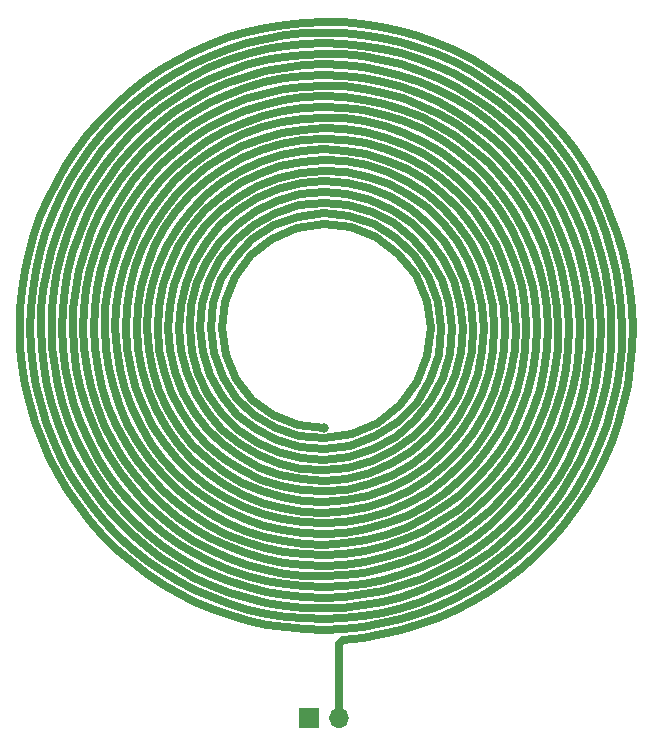
<source format=gbr>
G04 #@! TF.GenerationSoftware,KiCad,Pcbnew,(5.1.6)-1*
G04 #@! TF.CreationDate,2021-07-30T18:53:30-07:00*
G04 #@! TF.ProjectId,Inductor Coils,496e6475-6374-46f7-9220-436f696c732e,rev?*
G04 #@! TF.SameCoordinates,Original*
G04 #@! TF.FileFunction,Copper,L1,Top*
G04 #@! TF.FilePolarity,Positive*
%FSLAX46Y46*%
G04 Gerber Fmt 4.6, Leading zero omitted, Abs format (unit mm)*
G04 Created by KiCad (PCBNEW (5.1.6)-1) date 2021-07-30 18:53:30*
%MOMM*%
%LPD*%
G01*
G04 APERTURE LIST*
G04 #@! TA.AperFunction,ComponentPad*
%ADD10O,1.700000X1.700000*%
G04 #@! TD*
G04 #@! TA.AperFunction,ComponentPad*
%ADD11R,1.700000X1.700000*%
G04 #@! TD*
G04 #@! TA.AperFunction,ViaPad*
%ADD12C,0.800000*%
G04 #@! TD*
G04 #@! TA.AperFunction,Conductor*
%ADD13C,0.700000*%
G04 #@! TD*
G04 APERTURE END LIST*
D10*
X229870000Y-155000000D03*
D11*
X227330000Y-155000000D03*
D12*
X228600000Y-130400000D03*
D13*
X228600000Y-130400000D02*
X228600000Y-130400000D01*
X226416214Y-130149999D02*
X224362500Y-129339565D01*
X224362500Y-129339565D02*
X222580754Y-128019246D01*
X222580754Y-128019246D02*
X221195483Y-126275000D01*
X221195483Y-126275000D02*
X220305112Y-124222609D01*
X220305112Y-124222609D02*
X219975000Y-122000000D01*
X219975000Y-122000000D02*
X220232668Y-119757980D01*
X220232668Y-119757980D02*
X221065579Y-117650000D01*
X221065579Y-117650000D02*
X222421654Y-115821654D01*
X222421654Y-115821654D02*
X224212500Y-114400627D01*
X224212500Y-114400627D02*
X226319157Y-113487779D01*
X226319157Y-113487779D02*
X228600000Y-113150000D01*
X228600000Y-113150000D02*
X230900254Y-113415334D01*
X230900254Y-113415334D02*
X233062500Y-114270723D01*
X233062500Y-114270723D02*
X234937445Y-115662555D01*
X234937445Y-115662555D02*
X236394229Y-117500000D01*
X236394229Y-117500000D02*
X237329555Y-119660923D01*
X237329555Y-119660923D02*
X237675000Y-122000000D01*
X237675000Y-122000000D02*
X237401999Y-124358489D01*
X237401999Y-124358489D02*
X236524132Y-126575000D01*
X236524132Y-126575000D02*
X235096544Y-128496544D01*
X235096544Y-128496544D02*
X233212500Y-129989084D01*
X233212500Y-129989084D02*
X230997311Y-130946888D01*
X230997311Y-130946888D02*
X228600000Y-131300000D01*
X228600000Y-131300000D02*
X226523403Y-131098167D01*
X226523403Y-131098167D02*
X224536989Y-130436930D01*
X224536989Y-130436930D02*
X222741423Y-129346424D01*
X222741423Y-129346424D02*
X221228446Y-127878618D01*
X221228446Y-127878618D02*
X220076191Y-126104850D01*
X220076191Y-126104850D02*
X219345149Y-124112359D01*
X219345149Y-124112359D02*
X219075000Y-122000000D01*
X219075000Y-122000000D02*
X219282475Y-119873336D01*
X219282475Y-119873336D02*
X219960352Y-117839365D01*
X219960352Y-117839365D02*
X221077664Y-116001137D01*
X221077664Y-116001137D02*
X222581097Y-114452534D01*
X222581097Y-114452534D02*
X224397526Y-113273473D01*
X224397526Y-113273473D02*
X226437573Y-112525790D01*
X226437573Y-112525790D02*
X228600000Y-112250000D01*
X228600000Y-112250000D02*
X230776732Y-112463116D01*
X230776732Y-112463116D02*
X232858259Y-113157634D01*
X232858259Y-113157634D02*
X234739148Y-114301752D01*
X234739148Y-114301752D02*
X236323378Y-115840811D01*
X236323378Y-115840811D02*
X237529245Y-117699902D01*
X237529245Y-117699902D02*
X238293569Y-119787506D01*
X238293569Y-119787506D02*
X238575000Y-122000000D01*
X238575000Y-122000000D02*
X238356243Y-124226799D01*
X238356243Y-124226799D02*
X237645084Y-126355883D01*
X237645084Y-126355883D02*
X236474160Y-128279433D01*
X236474160Y-128279433D02*
X234899474Y-129899290D01*
X234899474Y-129899290D02*
X232997722Y-131131963D01*
X232997722Y-131131963D02*
X230862561Y-131912928D01*
X230862561Y-131912928D02*
X228600000Y-132200000D01*
X228600000Y-132200000D02*
X226604592Y-132031594D01*
X226604592Y-132031594D02*
X224675103Y-131475539D01*
X224675103Y-131475539D02*
X222886307Y-130551145D01*
X222886307Y-130551145D02*
X221307961Y-129292039D01*
X221307961Y-129292039D02*
X220002085Y-127744943D01*
X220002085Y-127744943D02*
X219020524Y-125967949D01*
X219020524Y-125967949D02*
X218402898Y-124028330D01*
X218402898Y-124028330D02*
X218175000Y-122000000D01*
X218175000Y-122000000D02*
X218347729Y-119960696D01*
X218347729Y-119960696D02*
X218916588Y-117988999D01*
X218916588Y-117988999D02*
X219861774Y-116161304D01*
X219861774Y-116161304D02*
X221148862Y-114548862D01*
X221148862Y-114548862D02*
X222730053Y-113215004D01*
X222730053Y-113215004D02*
X224545947Y-112212651D01*
X224545947Y-112212651D02*
X226527775Y-111582221D01*
X226527775Y-111582221D02*
X228600000Y-111350000D01*
X228600000Y-111350000D02*
X230683199Y-111527052D01*
X230683199Y-111527052D02*
X232697104Y-112108715D01*
X232697104Y-112108715D02*
X234563699Y-113074693D01*
X234563699Y-113074693D02*
X236210237Y-114389763D01*
X236210237Y-114389763D02*
X237572077Y-116005050D01*
X237572077Y-116005050D02*
X238595222Y-117859844D01*
X238595222Y-117859844D02*
X239238455Y-119883880D01*
X239238455Y-119883880D02*
X239475000Y-122000000D01*
X239475000Y-122000000D02*
X239293625Y-124127094D01*
X239293625Y-124127094D02*
X238699158Y-126183208D01*
X238699158Y-126183208D02*
X237712387Y-128088703D01*
X237712387Y-128088703D02*
X236369336Y-129769336D01*
X236369336Y-129769336D02*
X234719953Y-131159157D01*
X234719953Y-131159157D02*
X232826260Y-132203095D01*
X232826260Y-132203095D02*
X230760016Y-132859132D01*
X230760016Y-132859132D02*
X228600000Y-133100000D01*
X228600000Y-133100000D02*
X226668164Y-132955986D01*
X226668164Y-132955986D02*
X224786475Y-132477573D01*
X224786475Y-132477573D02*
X223012500Y-131677834D01*
X223012500Y-131677834D02*
X221400779Y-130579698D01*
X221400779Y-130579698D02*
X220001151Y-129215291D01*
X220001151Y-129215291D02*
X218857214Y-127625000D01*
X218857214Y-127625000D02*
X218004966Y-125856277D01*
X218004966Y-125856277D02*
X217471672Y-123962224D01*
X217471672Y-123962224D02*
X217275000Y-122000000D01*
X217275000Y-122000000D02*
X217422432Y-120029093D01*
X217422432Y-120029093D02*
X217910996Y-118109521D01*
X217910996Y-118109521D02*
X218727310Y-116300000D01*
X218727310Y-116300000D02*
X219847942Y-114656152D01*
X219847942Y-114656152D02*
X221240082Y-113228791D01*
X221240082Y-113228791D02*
X222862500Y-112062358D01*
X222862500Y-112062358D02*
X224666768Y-111193535D01*
X224666768Y-111193535D02*
X226598705Y-110650091D01*
X226598705Y-110650091D02*
X228600000Y-110450000D01*
X228600000Y-110450000D02*
X230609978Y-110600850D01*
X230609978Y-110600850D02*
X232567434Y-111099566D01*
X232567434Y-111099566D02*
X234412500Y-111932455D01*
X234412500Y-111932455D02*
X236088476Y-113075582D01*
X236088476Y-113075582D02*
X237543569Y-114495455D01*
X237543569Y-114495455D02*
X238732497Y-116150000D01*
X238732497Y-116150000D02*
X239617896Y-117989814D01*
X239617896Y-117989814D02*
X240171491Y-119959634D01*
X240171491Y-119959634D02*
X240375000Y-122000000D01*
X240375000Y-122000000D02*
X240220731Y-124049048D01*
X240220731Y-124049048D02*
X239711865Y-126044388D01*
X239711865Y-126044388D02*
X238862401Y-127925000D01*
X238862401Y-127925000D02*
X237696778Y-129633103D01*
X237696778Y-129633103D02*
X236249173Y-131115929D01*
X236249173Y-131115929D02*
X234562500Y-132327353D01*
X234562500Y-132327353D02*
X232687141Y-133229327D01*
X232687141Y-133229327D02*
X230679437Y-133793073D01*
X230679437Y-133793073D02*
X228600000Y-134000000D01*
X228600000Y-134000000D02*
X226719267Y-133874483D01*
X226719267Y-133874483D02*
X224877890Y-133455476D01*
X224877890Y-133455476D02*
X223121470Y-132752221D01*
X223121470Y-132752221D02*
X221493676Y-131781015D01*
X221493676Y-131781015D02*
X220035169Y-130564831D01*
X220035169Y-130564831D02*
X218782579Y-129132774D01*
X218782579Y-129132774D02*
X217767588Y-127519390D01*
X217767588Y-127519390D02*
X217016132Y-125763827D01*
X217016132Y-125763827D02*
X216547733Y-123908892D01*
X216547733Y-123908892D02*
X216375000Y-122000000D01*
X216375000Y-122000000D02*
X216503287Y-120084069D01*
X216503287Y-120084069D02*
X216930537Y-118208361D01*
X216930537Y-118208361D02*
X217647302Y-116419322D01*
X217647302Y-116419322D02*
X218636956Y-114761425D01*
X218636956Y-114761425D02*
X219876070Y-113276070D01*
X219876070Y-113276070D02*
X221334974Y-112000550D01*
X221334974Y-112000550D02*
X222978463Y-110967112D01*
X222978463Y-110967112D02*
X224766644Y-110202144D01*
X224766644Y-110202144D02*
X226655911Y-109725503D01*
X226655911Y-109725503D02*
X228600000Y-109550000D01*
X228600000Y-109550000D02*
X230551129Y-109681057D01*
X230551129Y-109681057D02*
X232461167Y-110116549D01*
X232461167Y-110116549D02*
X234282826Y-110846826D01*
X234282826Y-110846826D02*
X235970827Y-111854927D01*
X235970827Y-111854927D02*
X237483029Y-113116971D01*
X237483029Y-113116971D02*
X238781479Y-114602723D01*
X238781479Y-114602723D02*
X239833365Y-116276315D01*
X239833365Y-116276315D02*
X240611844Y-118097115D01*
X240611844Y-118097115D02*
X241096727Y-120020713D01*
X241096727Y-120020713D02*
X241275000Y-122000000D01*
X241275000Y-122000000D02*
X241141173Y-123986327D01*
X241141173Y-123986327D02*
X240697439Y-125930696D01*
X240697439Y-125930696D02*
X239953651Y-127784974D01*
X239953651Y-127784974D02*
X238927102Y-129503079D01*
X238927102Y-129503079D02*
X237642128Y-131042128D01*
X237642128Y-131042128D02*
X236129529Y-132363508D01*
X236129529Y-132363508D02*
X234425833Y-133433841D01*
X234425833Y-133433841D02*
X232572413Y-134225832D01*
X232572413Y-134225832D02*
X230614485Y-134718957D01*
X230614485Y-134718957D02*
X228600000Y-134900000D01*
X228600000Y-134900000D02*
X226761228Y-134788943D01*
X226761228Y-134788943D02*
X224954125Y-134416711D01*
X224954125Y-134416711D02*
X223215655Y-133790071D01*
X223215655Y-133790071D02*
X221581499Y-132921000D01*
X221581499Y-132921000D02*
X220085322Y-131826462D01*
X220085322Y-131826462D02*
X218758079Y-130528073D01*
X218758079Y-130528073D02*
X217627377Y-129051676D01*
X217627377Y-129051676D02*
X216716898Y-127426831D01*
X216716898Y-127426831D02*
X216045907Y-125686214D01*
X216045907Y-125686214D02*
X215628840Y-123864971D01*
X215628840Y-123864971D02*
X215475000Y-122000000D01*
X215475000Y-122000000D02*
X215588347Y-120129207D01*
X215588347Y-120129207D02*
X215967403Y-118290735D01*
X215967403Y-118290735D02*
X216605262Y-116522187D01*
X216605262Y-116522187D02*
X217489718Y-114859855D01*
X217489718Y-114859855D02*
X218603494Y-113337978D01*
X218603494Y-113337978D02*
X219924584Y-111988036D01*
X219924584Y-111988036D02*
X221426679Y-110838095D01*
X221426679Y-110838095D02*
X223079701Y-109912231D01*
X223079701Y-109912231D02*
X224850396Y-109230021D01*
X224850396Y-109230021D02*
X226703008Y-108806130D01*
X226703008Y-108806130D02*
X228600000Y-108650000D01*
X228600000Y-108650000D02*
X230502814Y-108765637D01*
X230502814Y-108765637D02*
X232372655Y-109151517D01*
X232372655Y-109151517D02*
X234171282Y-109800595D01*
X234171282Y-109800595D02*
X235861789Y-110700436D01*
X235861789Y-110700436D02*
X237409365Y-111833451D01*
X237409365Y-111833451D02*
X238782008Y-113177240D01*
X238782008Y-113177240D02*
X239951187Y-114705035D01*
X239951187Y-114705035D02*
X240892436Y-116386233D01*
X240892436Y-116386233D02*
X241585865Y-118187006D01*
X241585865Y-118187006D02*
X242016580Y-120070987D01*
X242016580Y-120070987D02*
X242175000Y-122000000D01*
X242175000Y-122000000D02*
X242057072Y-123934835D01*
X242057072Y-123934835D02*
X241664369Y-125836045D01*
X241664369Y-125836045D02*
X241004073Y-127664750D01*
X241004073Y-127664750D02*
X240088847Y-129383433D01*
X240088847Y-129383433D02*
X238936593Y-130956709D01*
X238936593Y-130956709D02*
X237570104Y-132352052D01*
X237570104Y-132352052D02*
X236016609Y-133540469D01*
X236016609Y-133540469D02*
X234307236Y-134497103D01*
X234307236Y-134497103D02*
X232476384Y-135201751D01*
X232476384Y-135201751D02*
X230561034Y-135639290D01*
X230561034Y-135639290D02*
X228600000Y-135800000D01*
X228600000Y-135800000D02*
X226796291Y-135700529D01*
X226796291Y-135700529D02*
X225018591Y-135365999D01*
X225018591Y-135365999D02*
X223297443Y-134801506D01*
X223297443Y-134801506D02*
X221662500Y-134016102D01*
X221662500Y-134016102D02*
X220142021Y-133022653D01*
X220142021Y-133022653D02*
X218762377Y-131837623D01*
X218762377Y-131837623D02*
X217547596Y-130480808D01*
X217547596Y-130480808D02*
X216518946Y-128975000D01*
X216518946Y-128975000D02*
X215694558Y-127345609D01*
X215694558Y-127345609D02*
X215089113Y-125620231D01*
X215089113Y-125620231D02*
X214713575Y-123828182D01*
X214713575Y-123828182D02*
X214575000Y-122000000D01*
X214575000Y-122000000D02*
X214676396Y-120166923D01*
X214676396Y-120166923D02*
X215016668Y-118360357D01*
X215016668Y-118360357D02*
X215590621Y-116611339D01*
X215590621Y-116611339D02*
X216389042Y-114950000D01*
X216389042Y-114950000D02*
X217398843Y-113405050D01*
X217398843Y-113405050D02*
X218603278Y-112003278D01*
X218603278Y-112003278D02*
X219982221Y-110769092D01*
X219982221Y-110769092D02*
X221512500Y-109724090D01*
X221512500Y-109724090D02*
X223168287Y-108886685D01*
X223168287Y-108886685D02*
X224921534Y-108271779D01*
X224921534Y-108271779D02*
X226742449Y-107890500D01*
X226742449Y-107890500D02*
X228600000Y-107750000D01*
X228600000Y-107750000D02*
X230462446Y-107853321D01*
X230462446Y-107853321D02*
X232297877Y-108199335D01*
X232297877Y-108199335D02*
X234074765Y-108782748D01*
X234074765Y-108782748D02*
X235762500Y-109594186D01*
X235762500Y-109594186D02*
X237331922Y-110620338D01*
X237331922Y-110620338D02*
X238755821Y-111844179D01*
X238755821Y-111844179D02*
X240009413Y-113245250D01*
X240009413Y-113245250D02*
X241070766Y-114800000D01*
X241070766Y-114800000D02*
X241921188Y-116482183D01*
X241921188Y-116482183D02*
X242545554Y-118263300D01*
X242545554Y-118263300D02*
X242932575Y-120113081D01*
X242932575Y-120113081D02*
X243075000Y-122000000D01*
X243075000Y-122000000D02*
X242969754Y-123891814D01*
X242969754Y-123891814D02*
X242617999Y-125756111D01*
X242617999Y-125756111D02*
X242025124Y-127560869D01*
X242025124Y-127560869D02*
X241200670Y-129275000D01*
X241200670Y-129275000D02*
X240158166Y-130868893D01*
X240158166Y-130868893D02*
X238914920Y-132314920D01*
X238914920Y-132314920D02*
X237491722Y-133587917D01*
X237491722Y-133587917D02*
X235912500Y-134665622D01*
X235912500Y-134665622D02*
X234203921Y-135529061D01*
X234203921Y-135529061D02*
X232394934Y-136162887D01*
X232394934Y-136162887D02*
X230516288Y-136555650D01*
X230516288Y-136555650D02*
X228600000Y-136700000D01*
X228600000Y-136700000D02*
X226826025Y-136610002D01*
X226826025Y-136610002D02*
X225073776Y-136306454D01*
X225073776Y-136306454D02*
X223368896Y-135793288D01*
X223368896Y-135793288D02*
X221736396Y-135077504D01*
X221736396Y-135077504D02*
X220200289Y-134169083D01*
X220200289Y-134169083D02*
X218783234Y-133080838D01*
X218783234Y-133080838D02*
X217506207Y-131828243D01*
X217506207Y-131828243D02*
X216388186Y-130429207D01*
X216388186Y-130429207D02*
X215445870Y-128903820D01*
X215445870Y-128903820D02*
X214693431Y-127274066D01*
X214693431Y-127274066D02*
X214142303Y-125563502D01*
X214142303Y-125563502D02*
X213801002Y-123796924D01*
X213801002Y-123796924D02*
X213675000Y-122000000D01*
X213675000Y-122000000D02*
X213766639Y-120198904D01*
X213766639Y-120198904D02*
X214075084Y-118419930D01*
X214075084Y-118419930D02*
X214596334Y-116689110D01*
X214596334Y-116689110D02*
X215323268Y-115031834D01*
X215323268Y-115031834D02*
X216245746Y-113472474D01*
X216245746Y-113472474D02*
X217350747Y-112034032D01*
X217350747Y-112034032D02*
X218622554Y-110737792D01*
X218622554Y-110737792D02*
X220042979Y-109603014D01*
X220042979Y-109603014D02*
X221591617Y-108646642D01*
X221591617Y-108646642D02*
X223246148Y-107883053D01*
X223246148Y-107883053D02*
X224982652Y-107323841D01*
X224982652Y-107323841D02*
X226775956Y-106977642D01*
X226775956Y-106977642D02*
X228600000Y-106850000D01*
X228600000Y-106850000D02*
X230428217Y-106943279D01*
X230428217Y-106943279D02*
X232233916Y-107256622D01*
X232233916Y-107256622D02*
X233990676Y-107785955D01*
X233990676Y-107785955D02*
X235672729Y-108524040D01*
X235672729Y-108524040D02*
X237255340Y-109460575D01*
X237255340Y-109460575D02*
X238715171Y-110582332D01*
X238715171Y-110582332D02*
X240030623Y-111873352D01*
X240030623Y-111873352D02*
X241182157Y-113315164D01*
X241182157Y-113315164D02*
X242152586Y-114887054D01*
X242152586Y-114887054D02*
X242927326Y-116566362D01*
X242927326Y-116566362D02*
X243494621Y-118328806D01*
X243494621Y-118328806D02*
X243845717Y-120148835D01*
X243845717Y-120148835D02*
X243975000Y-122000000D01*
X243975000Y-122000000D02*
X243880080Y-123855338D01*
X243880080Y-123855338D02*
X243561840Y-125687762D01*
X243561840Y-125687762D02*
X243024424Y-127470462D01*
X243024424Y-127470462D02*
X242275187Y-129177292D01*
X242275187Y-129177292D02*
X241324597Y-130783155D01*
X241324597Y-130783155D02*
X240186083Y-132264374D01*
X240186083Y-132264374D02*
X238875851Y-133599038D01*
X238875851Y-133599038D02*
X237412651Y-134767329D01*
X237412651Y-134767329D02*
X235817508Y-135751813D01*
X235817508Y-135751813D02*
X234113424Y-136537704D01*
X234113424Y-136537704D02*
X232325040Y-137113083D01*
X232325040Y-137113083D02*
X230478286Y-137469077D01*
X230478286Y-137469077D02*
X228600000Y-137600000D01*
X228600000Y-137600000D02*
X226851555Y-137517881D01*
X226851555Y-137517881D02*
X225121521Y-137240212D01*
X225121521Y-137240212D02*
X223431722Y-136770089D01*
X223431722Y-136770089D02*
X221803521Y-136113034D01*
X221803521Y-136113034D02*
X220257547Y-135276938D01*
X220257547Y-135276938D02*
X218813437Y-134271962D01*
X218813437Y-134271962D02*
X217489585Y-133110415D01*
X217489585Y-133110415D02*
X216302908Y-131806604D01*
X216302908Y-131806604D02*
X215268630Y-130376655D01*
X215268630Y-130376655D02*
X214400087Y-128838318D01*
X214400087Y-128838318D02*
X213708555Y-127210742D01*
X213708555Y-127210742D02*
X213203103Y-125514241D01*
X213203103Y-125514241D02*
X212890475Y-123770038D01*
X212890475Y-123770038D02*
X212775000Y-122000000D01*
X212775000Y-122000000D02*
X212858534Y-120226363D01*
X212858534Y-120226363D02*
X213140429Y-118471454D01*
X213140429Y-118471454D02*
X213617538Y-116757410D01*
X213617538Y-116757410D02*
X214284248Y-115105897D01*
X214284248Y-115105897D02*
X215132549Y-113537840D01*
X215132549Y-113537840D02*
X216152126Y-112073152D01*
X216152126Y-112073152D02*
X217330486Y-110730486D01*
X217330486Y-110730486D02*
X218653111Y-109526996D01*
X218653111Y-109526996D02*
X220103638Y-108478117D01*
X220103638Y-108478117D02*
X221664059Y-107597369D01*
X221664059Y-107597369D02*
X223314945Y-106896181D01*
X223314945Y-106896181D02*
X225035691Y-106383744D01*
X225035691Y-106383744D02*
X226804770Y-106066889D01*
X226804770Y-106066889D02*
X228600000Y-105950000D01*
X228600000Y-105950000D02*
X230398829Y-106034949D01*
X230398829Y-106034949D02*
X232178613Y-106321070D01*
X232178613Y-106321070D02*
X233916903Y-106805164D01*
X233916903Y-106805164D02*
X235591727Y-107481530D01*
X235591727Y-107481530D02*
X237181867Y-108342036D01*
X237181867Y-108342036D02*
X238667134Y-109376214D01*
X238667134Y-109376214D02*
X240028613Y-110571387D01*
X240028613Y-110571387D02*
X241248916Y-111912826D01*
X241248916Y-111912826D02*
X242312396Y-113383931D01*
X242312396Y-113383931D02*
X243205349Y-114966435D01*
X243205349Y-114966435D02*
X243916193Y-116640632D01*
X243916193Y-116640632D02*
X244435615Y-118385624D01*
X244435615Y-118385624D02*
X244756696Y-120179578D01*
X244756696Y-120179578D02*
X244875000Y-122000000D01*
X244875000Y-122000000D02*
X244788637Y-123824021D01*
X244788637Y-123824021D02*
X244498289Y-125628681D01*
X244498289Y-125628681D02*
X244007210Y-127391216D01*
X244007210Y-127391216D02*
X243321188Y-129089350D01*
X243321188Y-129089350D02*
X242448477Y-130701575D01*
X242448477Y-130701575D02*
X241399698Y-132207419D01*
X241399698Y-132207419D02*
X240187712Y-133587712D01*
X240187712Y-133587712D02*
X238827459Y-134824829D01*
X238827459Y-134824829D02*
X237335777Y-135902909D01*
X237335777Y-135902909D02*
X235731189Y-136808067D01*
X235731189Y-136808067D02*
X234033680Y-137528566D01*
X234033680Y-137528566D02*
X232264443Y-138054974D01*
X232264443Y-138054974D02*
X230445614Y-138380281D01*
X230445614Y-138380281D02*
X228600000Y-138500000D01*
X228600000Y-138500000D02*
X226873712Y-138424529D01*
X226873712Y-138424529D02*
X225163220Y-138168780D01*
X225163220Y-138168780D02*
X223487314Y-137735230D01*
X223487314Y-137735230D02*
X221864441Y-137128313D01*
X221864441Y-137128313D02*
X220312500Y-136354371D01*
X220312500Y-136354371D02*
X218848643Y-135421592D01*
X218848643Y-135421592D02*
X217489086Y-134339920D01*
X217489086Y-134339920D02*
X216248933Y-133120951D01*
X216248933Y-133120951D02*
X215142002Y-131777808D01*
X215142002Y-131777808D02*
X214180677Y-130325000D01*
X214180677Y-130325000D02*
X213375765Y-128778266D01*
X213375765Y-128778266D02*
X212736377Y-127154403D01*
X212736377Y-127154403D02*
X212269826Y-125471086D01*
X212269826Y-125471086D02*
X211981539Y-123746671D01*
X211981539Y-123746671D02*
X211875000Y-122000000D01*
X211875000Y-122000000D02*
X211951703Y-120250194D01*
X211951703Y-120250194D02*
X212211137Y-118516440D01*
X212211137Y-118516440D02*
X212650782Y-116817785D01*
X212650782Y-116817785D02*
X213266139Y-115172925D01*
X213266139Y-115172925D02*
X214050773Y-113600000D01*
X214050773Y-113600000D02*
X214996379Y-112116391D01*
X214996379Y-112116391D02*
X216092873Y-110738532D01*
X216092873Y-110738532D02*
X217328495Y-109481725D01*
X217328495Y-109481725D02*
X218689941Y-108359973D01*
X218689941Y-108359973D02*
X220162500Y-107385821D01*
X220162500Y-107385821D02*
X221730218Y-106570217D01*
X221730218Y-106570217D02*
X223376068Y-105922390D01*
X223376068Y-105922390D02*
X225082134Y-105449743D01*
X225082134Y-105449743D02*
X226829810Y-105157772D01*
X226829810Y-105157772D02*
X228600000Y-105050000D01*
X228600000Y-105050000D02*
X230373325Y-105127936D01*
X230373325Y-105127936D02*
X232130341Y-105391054D01*
X232130341Y-105391054D02*
X233851744Y-105836795D01*
X233851744Y-105836795D02*
X235518590Y-106460592D01*
X235518590Y-106460592D02*
X237112500Y-107255918D01*
X237112500Y-107255918D02*
X238615861Y-108214350D01*
X238615861Y-108214350D02*
X240012022Y-109325665D01*
X240012022Y-109325665D02*
X241285482Y-110577941D01*
X241285482Y-110577941D02*
X242422055Y-111957689D01*
X242422055Y-111957689D02*
X243409034Y-113450000D01*
X243409034Y-113450000D02*
X244235331Y-115038702D01*
X244235331Y-115038702D02*
X244891598Y-116706539D01*
X244891598Y-116706539D02*
X245370341Y-118435354D01*
X245370341Y-118435354D02*
X245665996Y-120206292D01*
X245665996Y-120206292D02*
X245775000Y-122000000D01*
X245775000Y-122000000D02*
X245695831Y-123796844D01*
X245695831Y-123796844D02*
X245429029Y-125577121D01*
X245429029Y-125577121D02*
X244977193Y-127321273D01*
X244977193Y-127321273D02*
X244344956Y-129010106D01*
X244344956Y-129010106D02*
X243538938Y-130625000D01*
X243538938Y-130625000D02*
X242567678Y-132148112D01*
X242567678Y-132148112D02*
X241441543Y-133562577D01*
X241441543Y-133562577D02*
X240172614Y-134852690D01*
X240172614Y-134852690D02*
X238774563Y-136004084D01*
X238774563Y-136004084D02*
X237262500Y-137003890D01*
X237262500Y-137003890D02*
X235652813Y-137840878D01*
X235652813Y-137840878D02*
X233962990Y-138505586D01*
X233962990Y-138505586D02*
X232211426Y-138990424D01*
X232211426Y-138990424D02*
X230417227Y-139289763D01*
X230417227Y-139289763D02*
X228600000Y-139400000D01*
X228600000Y-139400000D02*
X226893123Y-139330209D01*
X226893123Y-139330209D02*
X225199941Y-139093248D01*
X225199941Y-139093248D02*
X223536800Y-138691133D01*
X223536800Y-138691133D02*
X221919782Y-138127472D01*
X221919782Y-138127472D02*
X220364552Y-137407440D01*
X220364552Y-137407440D02*
X218886202Y-136537727D01*
X218886202Y-136537727D02*
X217499109Y-135526475D01*
X217499109Y-135526475D02*
X216216792Y-134383208D01*
X216216792Y-134383208D02*
X215051784Y-133118734D01*
X215051784Y-133118734D02*
X214015503Y-131745049D01*
X214015503Y-131745049D02*
X213118148Y-130275222D01*
X213118148Y-130275222D02*
X212368591Y-128723270D01*
X212368591Y-128723270D02*
X211774298Y-127104021D01*
X211774298Y-127104021D02*
X211341244Y-125432980D01*
X211341244Y-125432980D02*
X211073864Y-123726174D01*
X211073864Y-123726174D02*
X210975000Y-122000000D01*
X210975000Y-122000000D02*
X211045874Y-120271070D01*
X211045874Y-120271070D02*
X211286075Y-118556046D01*
X211286075Y-118556046D02*
X211693556Y-116871486D01*
X211693556Y-116871486D02*
X212264655Y-115233679D01*
X212264655Y-115233679D02*
X212994128Y-113658487D01*
X212994128Y-113658487D02*
X213875193Y-112161198D01*
X213875193Y-112161198D02*
X214899598Y-110756370D01*
X214899598Y-110756370D02*
X216057693Y-109457693D01*
X216057693Y-109457693D02*
X217338528Y-108277857D01*
X217338528Y-108277857D02*
X218729948Y-107228423D01*
X218729948Y-107228423D02*
X220218713Y-106319716D01*
X220218713Y-106319716D02*
X221790627Y-105560719D01*
X221790627Y-105560719D02*
X223430665Y-104958986D01*
X223430665Y-104958986D02*
X225123125Y-104520567D01*
X225123125Y-104520567D02*
X226851772Y-104249947D01*
X226851772Y-104249947D02*
X228600000Y-104150000D01*
X228600000Y-104150000D02*
X230350984Y-104221958D01*
X230350984Y-104221958D02*
X232087849Y-104465398D01*
X232087849Y-104465398D02*
X233793828Y-104878244D01*
X233793828Y-104878244D02*
X235452425Y-105456782D01*
X235452425Y-105456782D02*
X237047577Y-106195695D01*
X237047577Y-106195695D02*
X238563805Y-107088112D01*
X238563805Y-107088112D02*
X239986368Y-108125670D01*
X239986368Y-108125670D02*
X241301406Y-109298594D01*
X241301406Y-109298594D02*
X242496071Y-110595789D01*
X242496071Y-110595789D02*
X243558658Y-112004944D01*
X243558658Y-112004944D02*
X244478717Y-113512649D01*
X244478717Y-113512649D02*
X245247154Y-115104523D01*
X245247154Y-115104523D02*
X245856326Y-116765351D01*
X245856326Y-116765351D02*
X246300109Y-118479229D01*
X246300109Y-118479229D02*
X246573969Y-120229719D01*
X246573969Y-120229719D02*
X246675000Y-122000000D01*
X246675000Y-122000000D02*
X246601959Y-123773038D01*
X246601959Y-123773038D02*
X246355279Y-125531744D01*
X246355279Y-125531744D02*
X245937067Y-127259142D01*
X245937067Y-127259142D02*
X245351091Y-128938529D01*
X245351091Y-128938529D02*
X244602737Y-130553641D01*
X244602737Y-130553641D02*
X243698968Y-132088808D01*
X243698968Y-132088808D02*
X242648257Y-133529107D01*
X242648257Y-133529107D02*
X241460505Y-134860505D01*
X241460505Y-134860505D02*
X240146949Y-136069998D01*
X240146949Y-136069998D02*
X238720059Y-137145739D01*
X238720059Y-137145739D02*
X237193415Y-138077149D01*
X237193415Y-138077149D02*
X235581581Y-138855027D01*
X235581581Y-138855027D02*
X233899963Y-139471637D01*
X233899963Y-139471637D02*
X232164666Y-139920786D01*
X232164666Y-139920786D02*
X230392335Y-140197886D01*
X230392335Y-140197886D02*
X228600000Y-140300000D01*
X228600000Y-140300000D02*
X226910268Y-140235114D01*
X226910268Y-140235114D02*
X225232520Y-140014428D01*
X225232520Y-140014428D02*
X223581101Y-139639599D01*
X223581101Y-139639599D02*
X221970153Y-139113608D01*
X221970153Y-139113608D02*
X220413491Y-138440727D01*
X220413491Y-138440727D02*
X218924487Y-137626491D01*
X218924487Y-137626491D02*
X217515954Y-136677649D01*
X217515954Y-136677649D02*
X216200037Y-135602111D01*
X216200037Y-135602111D02*
X214988108Y-134408879D01*
X214988108Y-134408879D02*
X213890665Y-133107974D01*
X213890665Y-133107974D02*
X212917245Y-131710351D01*
X212917245Y-131710351D02*
X212076339Y-130227806D01*
X212076339Y-130227806D02*
X211375318Y-128672877D01*
X211375318Y-128672877D02*
X210820370Y-127058741D01*
X210820370Y-127058741D02*
X210416443Y-125399096D01*
X210416443Y-125399096D02*
X210167203Y-123708050D01*
X210167203Y-123708050D02*
X210075000Y-122000000D01*
X210075000Y-122000000D02*
X210140846Y-120289507D01*
X210140846Y-120289507D02*
X210364403Y-118591176D01*
X210364403Y-118591176D02*
X210743990Y-116919527D01*
X210743990Y-116919527D02*
X211276586Y-115288874D01*
X211276586Y-115288874D02*
X211957861Y-113713200D01*
X211957861Y-113713200D02*
X212782210Y-112206039D01*
X212782210Y-112206039D02*
X213742797Y-110780361D01*
X213742797Y-110780361D02*
X214831612Y-109448456D01*
X214831612Y-109448456D02*
X216039539Y-108221831D01*
X216039539Y-108221831D02*
X217356433Y-107111111D01*
X217356433Y-107111111D02*
X218771202Y-106125946D01*
X218771202Y-106125946D02*
X220271903Y-105274927D01*
X220271903Y-105274927D02*
X221845843Y-104565512D01*
X221845843Y-104565512D02*
X223479685Y-104003959D01*
X223479685Y-104003959D02*
X225159560Y-103595274D01*
X225159560Y-103595274D02*
X226871189Y-103343163D01*
X226871189Y-103343163D02*
X228600000Y-103250000D01*
X228600000Y-103250000D02*
X230331253Y-103316805D01*
X230331253Y-103316805D02*
X232050167Y-103543235D01*
X232050167Y-103543235D02*
X233742047Y-103927579D01*
X233742047Y-103927579D02*
X235392406Y-104466780D01*
X235392406Y-104466780D02*
X236987092Y-105156450D01*
X236987092Y-105156450D02*
X238512408Y-105990911D01*
X238512408Y-105990911D02*
X239955232Y-106963243D01*
X239955232Y-106963243D02*
X241303126Y-108065335D01*
X241303126Y-108065335D02*
X242544446Y-109287958D01*
X242544446Y-109287958D02*
X243668443Y-110620840D01*
X243668443Y-110620840D02*
X244665353Y-112052755D01*
X244665353Y-112052755D02*
X245526485Y-113571612D01*
X245526485Y-113571612D02*
X246244294Y-115164564D01*
X246244294Y-115164564D02*
X246812451Y-116818111D01*
X246812451Y-116818111D02*
X247225895Y-118518217D01*
X247225895Y-118518217D02*
X247480877Y-120250429D01*
X247480877Y-120250429D02*
X247575000Y-122000000D01*
X247575000Y-122000000D02*
X247507235Y-123752013D01*
X247507235Y-123752013D02*
X247277934Y-125491511D01*
X247277934Y-125491511D02*
X246888832Y-127203621D01*
X246888832Y-127203621D02*
X246343027Y-128873685D01*
X246343027Y-128873685D02*
X245644962Y-130487383D01*
X245644962Y-130487383D02*
X244800387Y-132030855D01*
X244800387Y-132030855D02*
X243816311Y-133490825D01*
X243816311Y-133490825D02*
X242700942Y-134854707D01*
X242700942Y-134854707D02*
X241463624Y-136110723D01*
X241463624Y-136110723D02*
X240114753Y-137247997D01*
X240114753Y-137247997D02*
X238665693Y-138256652D01*
X238665693Y-138256652D02*
X237128679Y-139127896D01*
X237128679Y-139127896D02*
X235516715Y-139854101D01*
X235516715Y-139854101D02*
X233843463Y-140428862D01*
X233843463Y-140428862D02*
X232123127Y-140847064D01*
X232123127Y-140847064D02*
X230370331Y-141104917D01*
X230370331Y-141104917D02*
X228600000Y-141200000D01*
X228600000Y-141200000D02*
X226925520Y-141139391D01*
X226925520Y-141139391D02*
X225261614Y-140932929D01*
X225261614Y-140932929D02*
X223620969Y-140581998D01*
X223620969Y-140581998D02*
X222016112Y-140089083D01*
X222016112Y-140089083D02*
X220459316Y-139457754D01*
X220459316Y-139457754D02*
X218962500Y-138692640D01*
X218962500Y-138692640D02*
X217537144Y-137799395D01*
X217537144Y-137799395D02*
X216194199Y-136784658D01*
X216194199Y-136784658D02*
X214944000Y-135656000D01*
X214944000Y-135656000D02*
X213796191Y-134421871D01*
X213796191Y-134421871D02*
X212759647Y-133091534D01*
X212759647Y-133091534D02*
X211842408Y-131675000D01*
X211842408Y-131675000D02*
X211051615Y-130182946D01*
X211051615Y-130182946D02*
X210393455Y-128626640D01*
X210393455Y-128626640D02*
X209873113Y-127017854D01*
X209873113Y-127017854D02*
X209494730Y-125368775D01*
X209494730Y-125368775D02*
X209261370Y-123691911D01*
X209261370Y-123691911D02*
X209175000Y-122000000D01*
X209175000Y-122000000D02*
X209236466Y-120305910D01*
X209236466Y-120305910D02*
X209445489Y-118622543D01*
X209445489Y-118622543D02*
X209800669Y-116962734D01*
X209800669Y-116962734D02*
X210299486Y-115339158D01*
X210299486Y-115339158D02*
X210938327Y-113764227D01*
X210938327Y-113764227D02*
X211712505Y-112250000D01*
X211712505Y-112250000D02*
X212616296Y-110808090D01*
X212616296Y-110808090D02*
X213642982Y-109449572D01*
X213642982Y-109449572D02*
X214784901Y-108184901D01*
X214784901Y-108184901D02*
X216033502Y-107023831D01*
X216033502Y-107023831D02*
X217379411Y-105975338D01*
X217379411Y-105975338D02*
X218812500Y-105047553D01*
X218812500Y-105047553D02*
X220321965Y-104247696D01*
X220321965Y-104247696D02*
X221896405Y-103582025D01*
X221896405Y-103582025D02*
X223523911Y-103055780D01*
X223523911Y-103055780D02*
X225192155Y-102673148D01*
X225192155Y-102673148D02*
X226888479Y-102437227D01*
X226888479Y-102437227D02*
X228600000Y-102350000D01*
X228600000Y-102350000D02*
X230313700Y-102412322D01*
X230313700Y-102412322D02*
X232016528Y-102623907D01*
X232016528Y-102623907D02*
X233695500Y-102983335D01*
X233695500Y-102983335D02*
X235337797Y-103488055D01*
X235337797Y-103488055D02*
X236930862Y-104134408D01*
X236930862Y-104134408D02*
X238462500Y-104917649D01*
X238462500Y-104917649D02*
X239920965Y-105831987D01*
X239920965Y-105831987D02*
X241295055Y-106870622D01*
X241295055Y-106870622D02*
X242574198Y-108025802D01*
X242574198Y-108025802D02*
X243748529Y-109288875D01*
X243748529Y-109288875D02*
X244808971Y-110650356D01*
X244808971Y-110650356D02*
X245747303Y-112100000D01*
X245747303Y-112100000D02*
X246556223Y-113626876D01*
X246556223Y-113626876D02*
X247229406Y-115219451D01*
X247229406Y-115219451D02*
X247761554Y-116865677D01*
X247761554Y-116865677D02*
X248148434Y-118553084D01*
X248148434Y-118553084D02*
X248386917Y-120268869D01*
X248386917Y-120268869D02*
X248475000Y-122000000D01*
X248475000Y-122000000D02*
X248411822Y-123733310D01*
X248411822Y-123733310D02*
X248197674Y-125455599D01*
X248197674Y-125455599D02*
X247833998Y-127153734D01*
X247833998Y-127153734D02*
X247323375Y-128814751D01*
X247323375Y-128814751D02*
X246669512Y-130425952D01*
X246669512Y-130425952D02*
X245877207Y-131975000D01*
X245877207Y-131975000D02*
X244952323Y-133450020D01*
X244952323Y-133450020D02*
X243901738Y-134839683D01*
X243901738Y-134839683D02*
X242733297Y-136133297D01*
X242733297Y-136133297D02*
X241455752Y-137320889D01*
X241455752Y-137320889D02*
X240078698Y-138393280D01*
X240078698Y-138393280D02*
X238612500Y-139342159D01*
X238612500Y-139342159D02*
X237068213Y-140160142D01*
X237068213Y-140160142D02*
X235457504Y-140840837D01*
X235457504Y-140840837D02*
X233792557Y-141378887D01*
X233792557Y-141378887D02*
X232085987Y-141770016D01*
X232085987Y-141770016D02*
X230350741Y-142011061D01*
X230350741Y-142011061D02*
X228600000Y-142100000D01*
X228600000Y-142100000D02*
X226939177Y-142043150D01*
X226939177Y-142043150D02*
X225287750Y-141849223D01*
X225287750Y-141849223D02*
X223657021Y-141519385D01*
X223657021Y-141519385D02*
X222058160Y-141055728D01*
X222058160Y-141055728D02*
X220502137Y-140461267D01*
X220502137Y-140461267D02*
X218999640Y-139739911D01*
X218999640Y-139739911D02*
X217561003Y-138896443D01*
X217561003Y-138896443D02*
X216196136Y-137936485D01*
X216196136Y-137936485D02*
X214914456Y-136866463D01*
X214914456Y-136866463D02*
X213724824Y-135693564D01*
X213724824Y-135693564D02*
X212635480Y-134425685D01*
X212635480Y-134425685D02*
X211653988Y-133071382D01*
X211653988Y-133071382D02*
X210787185Y-131639813D01*
X210787185Y-131639813D02*
X210041131Y-130140675D01*
X210041131Y-130140675D02*
X209421066Y-128584136D01*
X209421066Y-128584136D02*
X208931379Y-126980771D01*
X208931379Y-126980771D02*
X208575568Y-125341487D01*
X208575568Y-125341487D02*
X208356222Y-123677447D01*
X208356222Y-123677447D02*
X208275000Y-122000000D01*
X208275000Y-122000000D02*
X208332619Y-120320597D01*
X208332619Y-120320597D02*
X208528845Y-118650717D01*
X208528845Y-118650717D02*
X208862500Y-117001786D01*
X208862500Y-117001786D02*
X209331463Y-115385103D01*
X209331463Y-115385103D02*
X209932684Y-113811756D01*
X209932684Y-113811756D02*
X210662207Y-112292552D01*
X210662207Y-112292552D02*
X211515195Y-110837940D01*
X211515195Y-110837940D02*
X212485958Y-109457938D01*
X212485958Y-109457938D02*
X213567999Y-108162068D01*
X213567999Y-108162068D02*
X214754048Y-106959286D01*
X214754048Y-106959286D02*
X216036117Y-105857923D01*
X216036117Y-105857923D02*
X217405554Y-104865626D01*
X217405554Y-104865626D02*
X218853098Y-103989303D01*
X218853098Y-103989303D02*
X220368944Y-103235082D01*
X220368944Y-103235082D02*
X221942806Y-102608258D01*
X221942806Y-102608258D02*
X223563994Y-102113264D01*
X223563994Y-102113264D02*
X225221479Y-101753636D01*
X225221479Y-101753636D02*
X226903972Y-101531990D01*
X226903972Y-101531990D02*
X228600000Y-101450000D01*
X228600000Y-101450000D02*
X230297983Y-101508387D01*
X230297983Y-101508387D02*
X231986317Y-101706914D01*
X231986317Y-101706914D02*
X233653448Y-102044385D01*
X233653448Y-102044385D02*
X235287955Y-102518654D01*
X235287955Y-102518654D02*
X236878626Y-103126635D01*
X236878626Y-103126635D02*
X238414536Y-103864325D01*
X238414536Y-103864325D02*
X239885124Y-104726832D01*
X239885124Y-104726832D02*
X241280260Y-105708402D01*
X241280260Y-105708402D02*
X242590320Y-106802461D01*
X242590320Y-106802461D02*
X243806252Y-108001659D01*
X243806252Y-108001659D02*
X244919633Y-109297919D01*
X244919633Y-109297919D02*
X245922737Y-110682491D01*
X245922737Y-110682491D02*
X246808578Y-112146010D01*
X246808578Y-112146010D02*
X247570967Y-113678562D01*
X247570967Y-113678562D02*
X248204551Y-115269749D01*
X248204551Y-115269749D02*
X248704851Y-116908760D01*
X248704851Y-116908760D02*
X249068295Y-118584446D01*
X249068295Y-118584446D02*
X249292241Y-120285392D01*
X249292241Y-120285392D02*
X249375000Y-122000000D01*
X249375000Y-122000000D02*
X249315845Y-123716564D01*
X249315845Y-123716564D02*
X249115017Y-125423351D01*
X249115017Y-125423351D02*
X248773730Y-127108682D01*
X248773730Y-127108682D02*
X248294155Y-128761012D01*
X248294155Y-128761012D02*
X247679414Y-130369007D01*
X247679414Y-130369007D02*
X246933556Y-131921624D01*
X246933556Y-131921624D02*
X246061530Y-133408187D01*
X246061530Y-133408187D02*
X245069155Y-134818458D01*
X245069155Y-134818458D02*
X243963077Y-136142709D01*
X243963077Y-136142709D02*
X242750729Y-137371789D01*
X242750729Y-137371789D02*
X241440278Y-138497190D01*
X241440278Y-138497190D02*
X240040572Y-139511099D01*
X240040572Y-139511099D02*
X238561078Y-140406460D01*
X238561078Y-140406460D02*
X237011819Y-141177016D01*
X237011819Y-141177016D02*
X235403308Y-141817360D01*
X235403308Y-141817360D02*
X233746474Y-142322966D01*
X233746474Y-142322966D02*
X232052588Y-142690226D01*
X232052588Y-142690226D02*
X230333188Y-142916473D01*
X230333188Y-142916473D02*
X228600000Y-143000000D01*
X228600000Y-143000000D02*
X226951476Y-142946479D01*
X226951476Y-142946479D02*
X225311356Y-142763678D01*
X225311356Y-142763678D02*
X223689769Y-142452586D01*
X223689769Y-142452586D02*
X222096737Y-142014984D01*
X222096737Y-142014984D02*
X220542122Y-141453438D01*
X220542122Y-141453438D02*
X219035555Y-140771280D01*
X219035555Y-140771280D02*
X217586383Y-139972589D01*
X217586383Y-139972589D02*
X216203609Y-139062168D01*
X216203609Y-139062168D02*
X214895834Y-138045516D01*
X214895834Y-138045516D02*
X213671208Y-136928792D01*
X213671208Y-136928792D02*
X212537374Y-135718778D01*
X212537374Y-135718778D02*
X211501426Y-134422841D01*
X211501426Y-134422841D02*
X210569858Y-133048885D01*
X210569858Y-133048885D02*
X209748529Y-131605304D01*
X209748529Y-131605304D02*
X209042625Y-130100930D01*
X209042625Y-130100930D02*
X208456623Y-128544980D01*
X208456623Y-128544980D02*
X207994266Y-126946999D01*
X207994266Y-126946999D02*
X207658538Y-125316802D01*
X207658538Y-125316802D02*
X207451645Y-123664412D01*
X207451645Y-123664412D02*
X207375000Y-122000000D01*
X207375000Y-122000000D02*
X207429214Y-120333823D01*
X207429214Y-120333823D02*
X207614092Y-118676159D01*
X207614092Y-118676159D02*
X207928631Y-117037243D01*
X207928631Y-117037243D02*
X208371028Y-115427209D01*
X208371028Y-115427209D02*
X208938689Y-113856018D01*
X208938689Y-113856018D02*
X209628244Y-112333407D01*
X209628244Y-112333407D02*
X210435567Y-110868821D01*
X210435567Y-110868821D02*
X211355803Y-109471357D01*
X211355803Y-109471357D02*
X212383392Y-108149709D01*
X212383392Y-108149709D02*
X213512109Y-106912109D01*
X213512109Y-106912109D02*
X214735096Y-105766283D01*
X214735096Y-105766283D02*
X216044907Y-104719397D01*
X216044907Y-104719397D02*
X217433553Y-103778014D01*
X217433553Y-103778014D02*
X218892548Y-102948053D01*
X218892548Y-102948053D02*
X220412966Y-102234752D01*
X220412966Y-102234752D02*
X221985491Y-101642635D01*
X221985491Y-101642635D02*
X223600476Y-101175483D01*
X223600476Y-101175483D02*
X225248001Y-100836308D01*
X225248001Y-100836308D02*
X226917935Y-100627339D01*
X226917935Y-100627339D02*
X228600000Y-100550000D01*
X228600000Y-100550000D02*
X230283830Y-100604908D01*
X230283830Y-100604908D02*
X231959039Y-100791862D01*
X231959039Y-100791862D02*
X233615282Y-101109848D01*
X233615282Y-101109848D02*
X235242320Y-101557040D01*
X235242320Y-101557040D02*
X236830086Y-102130816D01*
X236830086Y-102130816D02*
X238368741Y-102827767D01*
X238368741Y-102827767D02*
X239848741Y-103643723D01*
X239848741Y-103643723D02*
X241260894Y-104573774D01*
X241260894Y-104573774D02*
X242596417Y-105612301D01*
X242596417Y-105612301D02*
X243846990Y-106753010D01*
X243846990Y-106753010D02*
X245004808Y-107988970D01*
X245004808Y-107988970D02*
X246062632Y-109312655D01*
X246062632Y-109312655D02*
X247013830Y-110715990D01*
X247013830Y-110715990D02*
X247852423Y-112190400D01*
X247852423Y-112190400D02*
X248573121Y-113726863D01*
X248573121Y-113726863D02*
X249171352Y-115315962D01*
X249171352Y-115315962D02*
X249643301Y-116947951D01*
X249643301Y-116947951D02*
X249985922Y-118612803D01*
X249985922Y-118612803D02*
X250196968Y-120300282D01*
X250196968Y-120300282D02*
X250275000Y-122000000D01*
X250275000Y-122000000D02*
X250219399Y-123701484D01*
X250219399Y-123701484D02*
X250030368Y-125394237D01*
X250030368Y-125394237D02*
X249708936Y-127067807D01*
X249708936Y-127067807D02*
X249256948Y-128711849D01*
X249256948Y-128711849D02*
X248677057Y-130316189D01*
X248677057Y-130316189D02*
X247972709Y-131870888D01*
X247972709Y-131870888D02*
X247148121Y-133366303D01*
X247148121Y-133366303D02*
X246208255Y-134793146D01*
X246208255Y-134793146D02*
X245158790Y-136142543D01*
X245158790Y-136142543D02*
X244006089Y-137406089D01*
X244006089Y-137406089D02*
X242757156Y-138575900D01*
X242757156Y-138575900D02*
X241419596Y-139644661D01*
X241419596Y-139644661D02*
X240001572Y-140605674D01*
X240001572Y-140605674D02*
X238511748Y-141452900D01*
X238511748Y-141452900D02*
X236959241Y-142180994D01*
X236959241Y-142180994D02*
X235353566Y-142785340D01*
X235353566Y-142785340D02*
X233704575Y-143262084D01*
X233704575Y-143262084D02*
X232022395Y-143608152D01*
X232022395Y-143608152D02*
X230317372Y-143821274D01*
X230317372Y-143821274D02*
X228600000Y-143900000D01*
X228600000Y-143900000D02*
X226962610Y-143849447D01*
X226962610Y-143849447D02*
X225332781Y-143676584D01*
X225332781Y-143676584D02*
X223719639Y-143382258D01*
X223719639Y-143382258D02*
X222132229Y-142967998D01*
X222132229Y-142967998D02*
X220579460Y-142436003D01*
X220579460Y-142436003D02*
X219070054Y-141789138D01*
X219070054Y-141789138D02*
X217612500Y-141030908D01*
X217612500Y-141030908D02*
X216215006Y-140165450D01*
X216215006Y-140165450D02*
X214885451Y-139197500D01*
X214885451Y-139197500D02*
X213631341Y-138132377D01*
X213631341Y-138132377D02*
X212459769Y-136975946D01*
X212459769Y-136975946D02*
X211377369Y-135734590D01*
X211377369Y-135734590D02*
X210390288Y-134415172D01*
X210390288Y-134415172D02*
X209504140Y-133025000D01*
X209504140Y-133025000D02*
X208723983Y-131571785D01*
X208723983Y-131571785D02*
X208054287Y-130063598D01*
X208054287Y-130063598D02*
X207498905Y-128508826D01*
X207498905Y-128508826D02*
X207061057Y-126916123D01*
X207061057Y-126916123D02*
X206743307Y-125294366D01*
X206743307Y-125294366D02*
X206547550Y-123652603D01*
X206547550Y-123652603D02*
X206475000Y-122000000D01*
X206475000Y-122000000D02*
X206526182Y-120345796D01*
X206526182Y-120345796D02*
X206700929Y-118699246D01*
X206700929Y-118699246D02*
X206998383Y-117069572D01*
X206998383Y-117069572D02*
X207416999Y-115465909D01*
X207416999Y-115465909D02*
X207954550Y-113897258D01*
X207954550Y-113897258D02*
X208608144Y-112372430D01*
X208608144Y-112372430D02*
X209374236Y-110900000D01*
X209374236Y-110900000D02*
X210248647Y-109488259D01*
X210248647Y-109488259D02*
X211226588Y-108145166D01*
X211226588Y-108145166D02*
X212302686Y-106878303D01*
X212302686Y-106878303D02*
X213471015Y-105694832D01*
X213471015Y-105694832D02*
X214725125Y-104601457D01*
X214725125Y-104601457D02*
X216058081Y-103604384D01*
X216058081Y-103604384D02*
X217462500Y-102709284D01*
X217462500Y-102709284D02*
X218930591Y-101921265D01*
X218930591Y-101921265D02*
X220454200Y-101244840D01*
X220454200Y-101244840D02*
X222024854Y-100683901D01*
X222024854Y-100683901D02*
X223633810Y-100241698D01*
X223633810Y-100241698D02*
X225272099Y-99920820D01*
X225272099Y-99920820D02*
X226930583Y-99723179D01*
X226930583Y-99723179D02*
X228600000Y-99650000D01*
X228600000Y-99650000D02*
X230271018Y-99701811D01*
X230271018Y-99701811D02*
X231934288Y-99878442D01*
X231934288Y-99878442D02*
X233580495Y-100179024D01*
X233580495Y-100179024D02*
X235200411Y-100601995D01*
X235200411Y-100601995D02*
X236784944Y-101145103D01*
X236784944Y-101145103D02*
X238325194Y-101805426D01*
X238325194Y-101805426D02*
X239812500Y-102579380D01*
X239812500Y-102579380D02*
X241238488Y-103462743D01*
X241238488Y-103462743D02*
X242595119Y-104450675D01*
X242595119Y-104450675D02*
X243874736Y-105537749D01*
X243874736Y-105537749D02*
X245070105Y-106717976D01*
X245070105Y-106717976D02*
X246174455Y-107984840D01*
X246174455Y-107984840D02*
X247181520Y-109331334D01*
X247181520Y-109331334D02*
X248085572Y-110750000D01*
X248085572Y-110750000D02*
X248881453Y-112232967D01*
X248881453Y-112232967D02*
X249564607Y-113771998D01*
X249564607Y-113771998D02*
X250131103Y-115358534D01*
X250131103Y-115358534D02*
X250577661Y-116983742D01*
X250577661Y-116983742D02*
X250901667Y-118638565D01*
X250901667Y-118638565D02*
X251101191Y-120313769D01*
X251101191Y-120313769D02*
X251175000Y-122000000D01*
X251175000Y-122000000D02*
X251122560Y-123687833D01*
X251122560Y-123687833D02*
X250944045Y-125367823D01*
X250944045Y-125367823D02*
X250640335Y-127030563D01*
X250640335Y-127030563D02*
X250213009Y-128666730D01*
X250213009Y-128666730D02*
X249664343Y-130267145D01*
X249664343Y-130267145D02*
X248997292Y-131822818D01*
X248997292Y-131822818D02*
X248215475Y-133325000D01*
X248215475Y-133325000D02*
X247323161Y-134765235D01*
X247323161Y-134765235D02*
X246325237Y-136135405D01*
X246325237Y-136135405D02*
X245227187Y-137427775D01*
X245227187Y-137427775D02*
X244035063Y-138635041D01*
X244035063Y-138635041D02*
X242755445Y-139750367D01*
X242755445Y-139750367D02*
X241395413Y-140767424D01*
X241395413Y-140767424D02*
X239962500Y-141680427D01*
X239962500Y-141680427D02*
X238464657Y-142484171D01*
X238464657Y-142484171D02*
X236910204Y-143174053D01*
X236910204Y-143174053D02*
X235307786Y-143746107D01*
X235307786Y-143746107D02*
X233666325Y-144197019D01*
X233666325Y-144197019D02*
X231994970Y-144524154D01*
X231994970Y-144524154D02*
X230303045Y-144725562D01*
X230303045Y-144725562D02*
X228600000Y-144800000D01*
X228600000Y-144800000D02*
X226972737Y-144752109D01*
X226972737Y-144752109D02*
X225352311Y-144588175D01*
X225352311Y-144588175D02*
X223746990Y-144308929D01*
X223746990Y-144308929D02*
X222164972Y-143915692D01*
X222164972Y-143915692D02*
X220614346Y-143410366D01*
X220614346Y-143410366D02*
X219103046Y-142795428D01*
X219103046Y-142795428D02*
X217638813Y-142073915D01*
X217638813Y-142073915D02*
X216229155Y-141249410D01*
X216229155Y-141249410D02*
X214881308Y-140326026D01*
X214881308Y-140326026D02*
X213602201Y-139308383D01*
X213602201Y-139308383D02*
X212398416Y-138201584D01*
X212398416Y-138201584D02*
X211276159Y-137011194D01*
X211276159Y-137011194D02*
X210241224Y-135743207D01*
X210241224Y-135743207D02*
X209298967Y-134404021D01*
X209298967Y-134404021D02*
X208454275Y-133000398D01*
X208454275Y-133000398D02*
X207711542Y-131539439D01*
X207711542Y-131539439D02*
X207074645Y-130028542D01*
X207074645Y-130028542D02*
X206546926Y-128475367D01*
X206546926Y-128475367D02*
X206131174Y-126887794D01*
X206131174Y-126887794D02*
X205829608Y-125273888D01*
X205829608Y-125273888D02*
X205643866Y-123641855D01*
X205643866Y-123641855D02*
X205575000Y-122000000D01*
X205575000Y-122000000D02*
X205623464Y-120356686D01*
X205623464Y-120356686D02*
X205789115Y-118720290D01*
X205789115Y-118720290D02*
X206071213Y-117099162D01*
X206071213Y-117099162D02*
X206468422Y-115501582D01*
X206468422Y-115501582D02*
X206978820Y-113935717D01*
X206978820Y-113935717D02*
X207599905Y-112409578D01*
X207599905Y-112409578D02*
X208328607Y-110930982D01*
X208328607Y-110930982D02*
X209161308Y-109507511D01*
X209161308Y-109507511D02*
X210093852Y-108146471D01*
X210093852Y-108146471D02*
X211121573Y-106854857D01*
X211121573Y-106854857D02*
X212239317Y-105639317D01*
X212239317Y-105639317D02*
X213441462Y-104506115D01*
X213441462Y-104506115D02*
X214721955Y-103461102D01*
X214721955Y-103461102D02*
X216074335Y-102509685D01*
X216074335Y-102509685D02*
X217491771Y-101656797D01*
X217491771Y-101656797D02*
X218967092Y-100906874D01*
X218967092Y-100906874D02*
X220492828Y-100263831D01*
X220492828Y-100263831D02*
X222061243Y-99731040D01*
X222061243Y-99731040D02*
X223664379Y-99311316D01*
X223664379Y-99311316D02*
X225294091Y-99006898D01*
X225294091Y-99006898D02*
X226942094Y-98819440D01*
X226942094Y-98819440D02*
X228600000Y-98750000D01*
X228600000Y-98750000D02*
X230259366Y-98799037D01*
X230259366Y-98799037D02*
X231911731Y-98966405D01*
X231911731Y-98966405D02*
X233548665Y-99251355D01*
X233548665Y-99251355D02*
X235161807Y-99652536D01*
X235161807Y-99652536D02*
X236742913Y-100168007D01*
X236742913Y-100168007D02*
X238283890Y-100795238D01*
X238283890Y-100795238D02*
X239776849Y-101531130D01*
X239776849Y-101531130D02*
X241214133Y-102372026D01*
X241214133Y-102372026D02*
X242588367Y-103313730D01*
X242588367Y-103313730D02*
X243892486Y-104351530D01*
X243892486Y-104351530D02*
X245119782Y-105480218D01*
X245119782Y-105480218D02*
X246263929Y-106694119D01*
X246263929Y-106694119D02*
X247319019Y-107987118D01*
X247319019Y-107987118D02*
X248279597Y-109352691D01*
X248279597Y-109352691D02*
X249140680Y-110783940D01*
X249140680Y-110783940D02*
X249897793Y-112273624D01*
X249897793Y-112273624D02*
X250546983Y-113814199D01*
X250546983Y-113814199D02*
X251084846Y-115397854D01*
X251084846Y-115397854D02*
X251508542Y-117016552D01*
X251508542Y-117016552D02*
X251815812Y-118662070D01*
X251815812Y-118662070D02*
X252004987Y-120326042D01*
X252004987Y-120326042D02*
X252075000Y-122000000D01*
X252075000Y-122000000D02*
X252025390Y-123675417D01*
X252025390Y-123675417D02*
X251856305Y-125343752D01*
X251856305Y-125343752D02*
X251568503Y-126996492D01*
X251568503Y-126996492D02*
X251163350Y-128625197D01*
X251163350Y-128625197D02*
X250642807Y-130221542D01*
X250642807Y-130221542D02*
X250009429Y-131777359D01*
X250009429Y-131777359D02*
X249266348Y-133284680D01*
X249266348Y-133284680D02*
X248417257Y-134735777D01*
X248417257Y-134735777D02*
X247466392Y-136123204D01*
X247466392Y-136123204D02*
X246418514Y-137439830D01*
X246418514Y-137439830D02*
X245278881Y-138678881D01*
X245278881Y-138678881D02*
X244053225Y-139833972D01*
X244053225Y-139833972D02*
X242747720Y-140899141D01*
X242747720Y-140899141D02*
X241368953Y-141868879D01*
X241368953Y-141868879D02*
X239923891Y-142738158D01*
X239923891Y-142738158D02*
X238419844Y-143502460D01*
X238419844Y-143502460D02*
X236864431Y-144157796D01*
X236864431Y-144157796D02*
X235265536Y-144700731D01*
X235265536Y-144700731D02*
X233631275Y-145128400D01*
X233631275Y-145128400D02*
X231969951Y-145438522D01*
X231969951Y-145438522D02*
X230290009Y-145629414D01*
X230290009Y-145629414D02*
X228600000Y-145700000D01*
X228600000Y-145700000D02*
X226981987Y-145654510D01*
X226981987Y-145654510D02*
X225370186Y-145498640D01*
X225370186Y-145498640D02*
X223772121Y-145233027D01*
X223772121Y-145233027D02*
X222195259Y-144858819D01*
X222195259Y-144858819D02*
X220646973Y-144377673D01*
X220646973Y-144377673D02*
X219134510Y-143791744D01*
X219134510Y-143791744D02*
X217664954Y-143103681D01*
X217664954Y-143103681D02*
X216245197Y-142316607D01*
X216245197Y-142316607D02*
X214881903Y-141434115D01*
X214881903Y-141434115D02*
X213581479Y-140460242D01*
X213581479Y-140460242D02*
X212350042Y-139399457D01*
X212350042Y-139399457D02*
X211193394Y-138256635D01*
X211193394Y-138256635D02*
X210116992Y-137037042D01*
X210116992Y-137037042D02*
X209125924Y-135746304D01*
X209125924Y-135746304D02*
X208224883Y-134390383D01*
X208224883Y-134390383D02*
X207418147Y-132975552D01*
X207418147Y-132975552D02*
X206709556Y-131508362D01*
X206709556Y-131508362D02*
X206102496Y-129995615D01*
X206102496Y-129995615D02*
X205599883Y-128444330D01*
X205599883Y-128444330D02*
X205204147Y-126861714D01*
X205204147Y-126861714D02*
X204917222Y-125255123D01*
X204917222Y-125255123D02*
X204740535Y-123632032D01*
X204740535Y-123632032D02*
X204675000Y-122000000D01*
X204675000Y-122000000D02*
X204721015Y-120366633D01*
X204721015Y-120366633D02*
X204878456Y-118739549D01*
X204878456Y-118739549D02*
X205146679Y-117126344D01*
X205146679Y-117126344D02*
X205524525Y-115534555D01*
X205524525Y-115534555D02*
X206010319Y-113971625D01*
X206010319Y-113971625D02*
X206601883Y-112444870D01*
X206601883Y-112444870D02*
X207296545Y-110961440D01*
X207296545Y-110961440D02*
X208091148Y-109528291D01*
X208091148Y-109528291D02*
X208982066Y-108152150D01*
X208982066Y-108152150D02*
X209965223Y-106839484D01*
X209965223Y-106839484D02*
X211036105Y-105596467D01*
X211036105Y-105596467D02*
X212189790Y-104428956D01*
X212189790Y-104428956D02*
X213420963Y-103342457D01*
X213420963Y-103342457D02*
X214723943Y-102342106D01*
X214723943Y-102342106D02*
X216092711Y-101432639D01*
X216092711Y-101432639D02*
X217520934Y-100618373D01*
X217520934Y-100618373D02*
X219001998Y-99903183D01*
X219001998Y-99903183D02*
X220529037Y-99290488D01*
X220529037Y-99290488D02*
X222094965Y-98783227D01*
X222094965Y-98783227D02*
X223692508Y-98383853D01*
X223692508Y-98383853D02*
X225314240Y-98094317D01*
X225314240Y-98094317D02*
X226952613Y-97916059D01*
X226952613Y-97916059D02*
X228600000Y-97850000D01*
X228600000Y-97850000D02*
X230248722Y-97896539D01*
X230248722Y-97896539D02*
X231891089Y-98055551D01*
X231891089Y-98055551D02*
X233519434Y-98326385D01*
X233519434Y-98326385D02*
X235126149Y-98707868D01*
X235126149Y-98707868D02*
X236703723Y-99198310D01*
X236703723Y-99198310D02*
X238244771Y-99795511D01*
X238244771Y-99795511D02*
X239742075Y-100496771D01*
X239742075Y-100496771D02*
X241188615Y-101298904D01*
X241188615Y-101298904D02*
X242577603Y-102198248D01*
X242577603Y-102198248D02*
X243902511Y-103190688D01*
X243902511Y-103190688D02*
X245157107Y-104271667D01*
X245157107Y-104271667D02*
X246335482Y-105436216D01*
X246335482Y-105436216D02*
X247432078Y-106678968D01*
X247432078Y-106678968D02*
X248441712Y-107994190D01*
X248441712Y-107994190D02*
X249359605Y-109375804D01*
X249359605Y-109375804D02*
X250181401Y-110817419D01*
X250181401Y-110817419D02*
X250903189Y-112312358D01*
X250903189Y-112312358D02*
X251521521Y-113853689D01*
X251521521Y-113853689D02*
X252033430Y-115434261D01*
X252033430Y-115434261D02*
X252436441Y-117046731D01*
X252436441Y-117046731D02*
X252728587Y-118683602D01*
X252728587Y-118683602D02*
X252908416Y-120337259D01*
X252908416Y-120337259D02*
X252975000Y-122000000D01*
X252975000Y-122000000D02*
X252927936Y-123664076D01*
X252927936Y-123664076D02*
X252767353Y-125321726D01*
X252767353Y-125321726D02*
X252493909Y-126965211D01*
X252493909Y-126965211D02*
X252108788Y-128586854D01*
X252108788Y-128586854D02*
X251613699Y-130179071D01*
X251613699Y-130179071D02*
X251010862Y-131734411D01*
X251010862Y-131734411D02*
X250303003Y-133245590D01*
X250303003Y-133245590D02*
X249493341Y-134705522D01*
X249493341Y-134705522D02*
X248585570Y-136107356D01*
X248585570Y-136107356D02*
X247583848Y-137444506D01*
X247583848Y-137444506D02*
X246492771Y-138710682D01*
X246492771Y-138710682D02*
X245317359Y-139899920D01*
X245317359Y-139899920D02*
X244063027Y-141006613D01*
X244063027Y-141006613D02*
X242735563Y-142025530D01*
X242735563Y-142025530D02*
X241341102Y-142951850D01*
X241341102Y-142951850D02*
X239886095Y-143781176D01*
X239886095Y-143781176D02*
X238377282Y-144509562D01*
X238377282Y-144509562D02*
X236821658Y-145133530D01*
X236821658Y-145133530D02*
X235226443Y-145650086D01*
X235226443Y-145650086D02*
X233599047Y-146056735D01*
X233599047Y-146056735D02*
X231947035Y-146351491D01*
X231947035Y-146351491D02*
X230278096Y-146532892D01*
X230278096Y-146532892D02*
X228600000Y-146600000D01*
X228600000Y-146600000D02*
X226990470Y-146556684D01*
X226990470Y-146556684D02*
X225386608Y-146408133D01*
X225386608Y-146408133D02*
X223795291Y-146154902D01*
X223795291Y-146154902D02*
X222223346Y-145797998D01*
X222223346Y-145797998D02*
X220677522Y-145338869D01*
X220677522Y-145338869D02*
X219164462Y-144779405D01*
X219164462Y-144779405D02*
X217690673Y-144121927D01*
X217690673Y-144121927D02*
X216262500Y-143369177D01*
X216262500Y-143369177D02*
X214886096Y-142524308D01*
X214886096Y-142524308D02*
X213567397Y-141590869D01*
X213567397Y-141590869D02*
X212312098Y-140572793D01*
X212312098Y-140572793D02*
X211125624Y-139474376D01*
X211125624Y-139474376D02*
X210013110Y-138300265D01*
X210013110Y-138300265D02*
X208979380Y-137055431D01*
X208979380Y-137055431D02*
X208028922Y-135745155D01*
X208028922Y-135745155D02*
X207165871Y-134375000D01*
X207165871Y-134375000D02*
X206393991Y-132950792D01*
X206393991Y-132950792D02*
X205716659Y-131478590D01*
X205716659Y-131478590D02*
X205136847Y-129964667D01*
X205136847Y-129964667D02*
X204657114Y-128415477D01*
X204657114Y-128415477D02*
X204279590Y-126837630D01*
X204279590Y-126837630D02*
X204005971Y-125237865D01*
X204005971Y-125237865D02*
X203837507Y-123623020D01*
X203837507Y-123623020D02*
X203775000Y-122000000D01*
X203775000Y-122000000D02*
X203818797Y-120375754D01*
X203818797Y-120375754D02*
X203968792Y-118757240D01*
X203968792Y-118757240D02*
X204224421Y-117151396D01*
X204224421Y-117151396D02*
X204584669Y-115565111D01*
X204584669Y-115565111D02*
X205048072Y-114005198D01*
X205048072Y-114005198D02*
X205612722Y-112478358D01*
X205612722Y-112478358D02*
X206276277Y-110991158D01*
X206276277Y-110991158D02*
X207035967Y-109550000D01*
X207035967Y-109550000D02*
X207888612Y-108161093D01*
X207888612Y-108161093D02*
X208830626Y-106830426D01*
X208830626Y-106830426D02*
X209858043Y-105563745D01*
X209858043Y-105563745D02*
X210966525Y-104366525D01*
X210966525Y-104366525D02*
X212151382Y-103243946D01*
X212151382Y-103243946D02*
X213407598Y-102200876D01*
X213407598Y-102200876D02*
X214729842Y-101241841D01*
X214729842Y-101241841D02*
X216112500Y-100371016D01*
X216112500Y-100371016D02*
X217549694Y-99592195D01*
X217549694Y-99592195D02*
X219035306Y-98908786D01*
X219035306Y-98908786D02*
X220563009Y-98323788D01*
X220563009Y-98323788D02*
X222126289Y-97839780D01*
X222126289Y-97839780D02*
X223718474Y-97458913D01*
X223718474Y-97458913D02*
X225332766Y-97182896D01*
X225332766Y-97182896D02*
X226962265Y-97012989D01*
X226962265Y-97012989D02*
X228600000Y-96950000D01*
X228600000Y-96950000D02*
X230238962Y-96994279D01*
X230238962Y-96994279D02*
X231872128Y-97145717D01*
X231872128Y-97145717D02*
X233492499Y-97403744D01*
X233492499Y-97403744D02*
X235093123Y-97767336D01*
X235093123Y-97767336D02*
X236667126Y-98235013D01*
X236667126Y-98235013D02*
X238207746Y-98804849D01*
X238207746Y-98804849D02*
X239708357Y-99474481D01*
X239708357Y-99474481D02*
X241162500Y-100241112D01*
X241162500Y-100241112D02*
X242563911Y-101101531D01*
X242563911Y-101101531D02*
X243906545Y-102052122D01*
X243906545Y-102052122D02*
X245184608Y-103088879D01*
X245184608Y-103088879D02*
X246392574Y-104207426D01*
X246392574Y-104207426D02*
X247525218Y-105403030D01*
X247525218Y-105403030D02*
X248577629Y-106670626D01*
X248577629Y-106670626D02*
X249545239Y-108004839D01*
X249545239Y-108004839D02*
X250423840Y-109400000D01*
X250423840Y-109400000D02*
X251209601Y-110850179D01*
X251209601Y-110850179D02*
X251899087Y-112349202D01*
X251899087Y-112349202D02*
X252489272Y-113890685D01*
X252489272Y-113890685D02*
X252977553Y-115468054D01*
X252977553Y-115468054D02*
X253361763Y-117074579D01*
X253361763Y-117074579D02*
X253640179Y-118703398D01*
X253640179Y-118703398D02*
X253811529Y-120347549D01*
X253811529Y-120347549D02*
X253875000Y-122000000D01*
X253875000Y-122000000D02*
X253830239Y-123653677D01*
X253830239Y-123653677D02*
X253677358Y-125301497D01*
X253677358Y-125301497D02*
X253416933Y-126936395D01*
X253416933Y-126936395D02*
X253049997Y-128551357D01*
X253049997Y-128551357D02*
X252578046Y-130139450D01*
X252578046Y-130139450D02*
X252003023Y-131693850D01*
X252003023Y-131693850D02*
X251327316Y-133207872D01*
X251327316Y-133207872D02*
X250553744Y-134675000D01*
X250553744Y-134675000D02*
X249685550Y-136088914D01*
X249685550Y-136088914D02*
X248726383Y-137443517D01*
X248726383Y-137443517D02*
X247680285Y-138732961D01*
X247680285Y-138732961D02*
X246551673Y-139951673D01*
X246551673Y-139951673D02*
X245345323Y-141094382D01*
X245345323Y-141094382D02*
X244066345Y-142156133D01*
X244066345Y-142156133D02*
X242720165Y-143132320D01*
X242720165Y-143132320D02*
X241312500Y-144018696D01*
X241312500Y-144018696D02*
X239849336Y-144811398D01*
X239849336Y-144811398D02*
X238336902Y-145506960D01*
X238336902Y-145506960D02*
X236781639Y-146102331D01*
X236781639Y-146102331D02*
X235190180Y-146594886D01*
X235190180Y-146594886D02*
X233569316Y-146982440D01*
X233569316Y-146982440D02*
X231925971Y-147263254D01*
X231925971Y-147263254D02*
X230267167Y-147436048D01*
X230267167Y-147436048D02*
X228600000Y-147500000D01*
X228600000Y-147500000D02*
X226998277Y-147458664D01*
X226998277Y-147458664D02*
X225401747Y-147316783D01*
X225401747Y-147316783D02*
X223816717Y-147074847D01*
X223816717Y-147074847D02*
X222249455Y-146733740D01*
X222249455Y-146733740D02*
X220706161Y-146294739D01*
X220706161Y-146294739D02*
X219192945Y-145759508D01*
X219192945Y-145759508D02*
X217715804Y-145130094D01*
X217715804Y-145130094D02*
X216280595Y-144408914D01*
X216280595Y-144408914D02*
X214893015Y-143598753D01*
X214893015Y-143598753D02*
X213558575Y-142702745D01*
X213558575Y-142702745D02*
X212282583Y-141724369D01*
X212282583Y-141724369D02*
X211070118Y-140667429D01*
X211070118Y-140667429D02*
X209926011Y-139536043D01*
X209926011Y-139536043D02*
X208854828Y-138334627D01*
X208854828Y-138334627D02*
X207860849Y-137067875D01*
X207860849Y-137067875D02*
X206948055Y-135740742D01*
X206948055Y-135740742D02*
X206120105Y-134358427D01*
X206120105Y-134358427D02*
X205380328Y-132926348D01*
X205380328Y-132926348D02*
X204731708Y-131450125D01*
X204731708Y-131450125D02*
X204176869Y-129935556D01*
X204176869Y-129935556D02*
X203718067Y-128388595D01*
X203718067Y-128388595D02*
X203357182Y-126815325D01*
X203357182Y-126815325D02*
X203095707Y-125221941D01*
X203095707Y-125221941D02*
X202934745Y-123614721D01*
X202934745Y-123614721D02*
X202875000Y-122000000D01*
X202875000Y-122000000D02*
X202916780Y-120384149D01*
X202916780Y-120384149D02*
X203059991Y-118773547D01*
X203059991Y-118773547D02*
X203304139Y-117174556D01*
X203304139Y-117174556D02*
X203648329Y-115593500D01*
X203648329Y-115593500D02*
X204091274Y-114036632D01*
X204091274Y-114036632D02*
X204631292Y-112510117D01*
X204631292Y-112510117D02*
X205266320Y-111020004D01*
X205266320Y-111020004D02*
X205993917Y-109572200D01*
X205993917Y-109572200D02*
X206811274Y-108172454D01*
X206811274Y-108172454D02*
X207715226Y-106826324D01*
X207715226Y-106826324D02*
X208702266Y-105539163D01*
X208702266Y-105539163D02*
X209768553Y-104316095D01*
X209768553Y-104316095D02*
X210909934Y-103161993D01*
X210909934Y-103161993D02*
X212121952Y-102081462D01*
X212121952Y-102081462D02*
X213399873Y-101078821D01*
X213399873Y-101078821D02*
X214738697Y-100158081D01*
X214738697Y-100158081D02*
X216133178Y-99322936D01*
X216133178Y-99322936D02*
X217577851Y-98576742D01*
X217577851Y-98576742D02*
X219067047Y-97922508D01*
X219067047Y-97922508D02*
X220594915Y-97362881D01*
X220594915Y-97362881D02*
X222155450Y-96900136D01*
X222155450Y-96900136D02*
X223742514Y-96536168D01*
X223742514Y-96536168D02*
X225349859Y-96272482D01*
X225349859Y-96272482D02*
X226971151Y-96110189D01*
X226971151Y-96110189D02*
X228600000Y-96050000D01*
X228600000Y-96050000D02*
X230229979Y-96092224D01*
X230229979Y-96092224D02*
X231854653Y-96236765D01*
X231854653Y-96236765D02*
X233467604Y-96483124D01*
X233467604Y-96483124D02*
X235062455Y-96830398D01*
X235062455Y-96830398D02*
X236632897Y-97277286D01*
X236632897Y-97277286D02*
X238172711Y-97822092D01*
X238172711Y-97822092D02*
X239675797Y-98462734D01*
X239675797Y-98462734D02*
X241136194Y-99196748D01*
X241136194Y-99196748D02*
X242548107Y-100021300D01*
X242548107Y-100021300D02*
X243905928Y-100933197D01*
X243905928Y-100933197D02*
X245204258Y-101928901D01*
X245204258Y-101928901D02*
X246437928Y-103004536D01*
X246437928Y-103004536D02*
X247602025Y-104155911D01*
X247602025Y-104155911D02*
X248691903Y-105378532D01*
X248691903Y-105378532D02*
X249703208Y-106667622D01*
X249703208Y-106667622D02*
X250631893Y-108018136D01*
X250631893Y-108018136D02*
X251474233Y-109424784D01*
X251474233Y-109424784D02*
X252226844Y-110882051D01*
X252226844Y-110882051D02*
X252886692Y-112384219D01*
X252886692Y-112384219D02*
X253451107Y-113925386D01*
X253451107Y-113925386D02*
X253917795Y-115499495D01*
X253917795Y-115499495D02*
X254284847Y-117100353D01*
X254284847Y-117100353D02*
X254550744Y-118721659D01*
X254550744Y-118721659D02*
X254714367Y-120357023D01*
X254714367Y-120357023D02*
X254775000Y-122000000D01*
X254775000Y-122000000D02*
X254732332Y-123644107D01*
X254732332Y-123644107D02*
X254586460Y-125282853D01*
X254586460Y-125282853D02*
X254337891Y-126909765D01*
X254337891Y-126909765D02*
X253987533Y-128518411D01*
X253987533Y-128518411D02*
X253536702Y-130102426D01*
X253536702Y-130102426D02*
X252987107Y-131655539D01*
X252987107Y-131655539D02*
X252340852Y-133171597D01*
X252340852Y-133171597D02*
X251600421Y-134644589D01*
X251600421Y-134644589D02*
X250768674Y-136068668D01*
X250768674Y-136068668D02*
X249848831Y-137438180D01*
X249848831Y-137438180D02*
X248844465Y-138747678D01*
X248844465Y-138747678D02*
X247759482Y-139991952D01*
X247759482Y-139991952D02*
X246598113Y-141166043D01*
X246598113Y-141166043D02*
X245364888Y-142265269D01*
X245364888Y-142265269D02*
X244064630Y-143285237D01*
X244064630Y-143285237D02*
X242702425Y-144221867D01*
X242702425Y-144221867D02*
X241283611Y-145071402D01*
X241283611Y-145071402D02*
X239813749Y-145830430D01*
X239813749Y-145830430D02*
X238298609Y-146495891D01*
X238298609Y-146495891D02*
X236744143Y-147065094D01*
X236744143Y-147065094D02*
X235156460Y-147535726D01*
X235156460Y-147535726D02*
X233541807Y-147905862D01*
X233541807Y-147905862D02*
X231906541Y-148173970D01*
X231906541Y-148173970D02*
X230257105Y-148338923D01*
X228600000Y-130400000D02*
X226416214Y-130149999D01*
X229870000Y-148726028D02*
X229870000Y-150956000D01*
X230257105Y-148338923D02*
X229870000Y-148726028D01*
X229870000Y-150956000D02*
X229870000Y-155000000D01*
X228600000Y-130400000D02*
X228600000Y-130400000D01*
M02*

</source>
